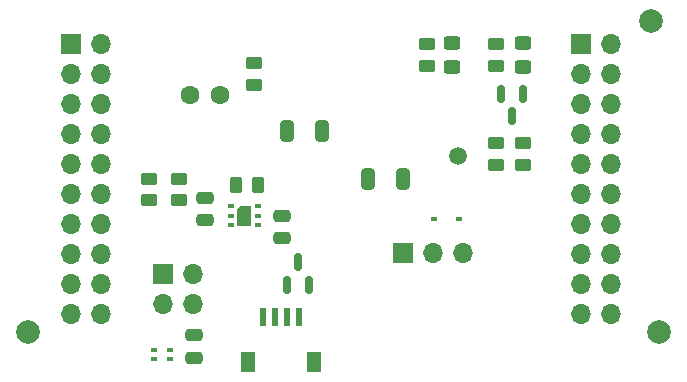
<source format=gbr>
%TF.GenerationSoftware,KiCad,Pcbnew,(6.0.7)*%
%TF.CreationDate,2022-11-02T22:50:05-04:00*%
%TF.ProjectId,tifi_daughterboard,74696669-5f64-4617-9567-68746572626f,1*%
%TF.SameCoordinates,Original*%
%TF.FileFunction,Soldermask,Top*%
%TF.FilePolarity,Negative*%
%FSLAX46Y46*%
G04 Gerber Fmt 4.6, Leading zero omitted, Abs format (unit mm)*
G04 Created by KiCad (PCBNEW (6.0.7)) date 2022-11-02 22:50:05*
%MOMM*%
%LPD*%
G01*
G04 APERTURE LIST*
G04 Aperture macros list*
%AMRoundRect*
0 Rectangle with rounded corners*
0 $1 Rounding radius*
0 $2 $3 $4 $5 $6 $7 $8 $9 X,Y pos of 4 corners*
0 Add a 4 corners polygon primitive as box body*
4,1,4,$2,$3,$4,$5,$6,$7,$8,$9,$2,$3,0*
0 Add four circle primitives for the rounded corners*
1,1,$1+$1,$2,$3*
1,1,$1+$1,$4,$5*
1,1,$1+$1,$6,$7*
1,1,$1+$1,$8,$9*
0 Add four rect primitives between the rounded corners*
20,1,$1+$1,$2,$3,$4,$5,0*
20,1,$1+$1,$4,$5,$6,$7,0*
20,1,$1+$1,$6,$7,$8,$9,0*
20,1,$1+$1,$8,$9,$2,$3,0*%
%AMOutline5P*
0 Free polygon, 5 corners , with rotation*
0 The origin of the aperture is its center*
0 number of corners: always 5*
0 $1 to $10 corner X, Y*
0 $11 Rotation angle, in degrees counterclockwise*
0 create outline with 5 corners*
4,1,5,$1,$2,$3,$4,$5,$6,$7,$8,$9,$10,$1,$2,$11*%
%AMOutline6P*
0 Free polygon, 6 corners , with rotation*
0 The origin of the aperture is its center*
0 number of corners: always 6*
0 $1 to $12 corner X, Y*
0 $13 Rotation angle, in degrees counterclockwise*
0 create outline with 6 corners*
4,1,6,$1,$2,$3,$4,$5,$6,$7,$8,$9,$10,$11,$12,$1,$2,$13*%
%AMOutline7P*
0 Free polygon, 7 corners , with rotation*
0 The origin of the aperture is its center*
0 number of corners: always 7*
0 $1 to $14 corner X, Y*
0 $15 Rotation angle, in degrees counterclockwise*
0 create outline with 7 corners*
4,1,7,$1,$2,$3,$4,$5,$6,$7,$8,$9,$10,$11,$12,$13,$14,$1,$2,$15*%
%AMOutline8P*
0 Free polygon, 8 corners , with rotation*
0 The origin of the aperture is its center*
0 number of corners: always 8*
0 $1 to $16 corner X, Y*
0 $17 Rotation angle, in degrees counterclockwise*
0 create outline with 8 corners*
4,1,8,$1,$2,$3,$4,$5,$6,$7,$8,$9,$10,$11,$12,$13,$14,$15,$16,$1,$2,$17*%
G04 Aperture macros list end*
%ADD10R,1.700000X1.700000*%
%ADD11O,1.700000X1.700000*%
%ADD12RoundRect,0.250000X-0.450000X0.325000X-0.450000X-0.325000X0.450000X-0.325000X0.450000X0.325000X0*%
%ADD13RoundRect,0.250000X0.262500X0.450000X-0.262500X0.450000X-0.262500X-0.450000X0.262500X-0.450000X0*%
%ADD14RoundRect,0.250000X-0.475000X0.250000X-0.475000X-0.250000X0.475000X-0.250000X0.475000X0.250000X0*%
%ADD15C,1.600000*%
%ADD16C,2.000000*%
%ADD17RoundRect,0.250000X0.325000X0.650000X-0.325000X0.650000X-0.325000X-0.650000X0.325000X-0.650000X0*%
%ADD18RoundRect,0.150000X-0.150000X0.587500X-0.150000X-0.587500X0.150000X-0.587500X0.150000X0.587500X0*%
%ADD19RoundRect,0.250000X0.475000X-0.250000X0.475000X0.250000X-0.475000X0.250000X-0.475000X-0.250000X0*%
%ADD20RoundRect,0.250000X-0.450000X0.262500X-0.450000X-0.262500X0.450000X-0.262500X0.450000X0.262500X0*%
%ADD21RoundRect,0.250000X0.450000X-0.262500X0.450000X0.262500X-0.450000X0.262500X-0.450000X-0.262500X0*%
%ADD22RoundRect,0.150000X0.150000X-0.587500X0.150000X0.587500X-0.150000X0.587500X-0.150000X-0.587500X0*%
%ADD23R,0.550000X0.400000*%
%ADD24Outline5P,-0.625000X0.550000X-0.325000X0.850000X0.625000X0.850000X0.625000X-0.850000X-0.625000X-0.850000X0.000000*%
%ADD25R,0.590000X0.450000*%
%ADD26RoundRect,0.250000X-0.325000X-0.650000X0.325000X-0.650000X0.325000X0.650000X-0.325000X0.650000X0*%
%ADD27R,0.600000X1.550000*%
%ADD28R,1.200000X1.800000*%
%ADD29C,1.500000*%
%ADD30R,0.500000X0.300000*%
G04 APERTURE END LIST*
D10*
%TO.C,J1*%
X121920000Y-73660000D03*
D11*
X124460000Y-73660000D03*
X121920000Y-76200000D03*
X124460000Y-76200000D03*
X121920000Y-78740000D03*
X124460000Y-78740000D03*
X121920000Y-81280000D03*
X124460000Y-81280000D03*
X121920000Y-83820000D03*
X124460000Y-83820000D03*
X121920000Y-86360000D03*
X124460000Y-86360000D03*
X121920000Y-88900000D03*
X124460000Y-88900000D03*
X121920000Y-91440000D03*
X124460000Y-91440000D03*
X121920000Y-93980000D03*
X124460000Y-93980000D03*
X121920000Y-96520000D03*
X124460000Y-96520000D03*
%TD*%
D12*
%TO.C,D1*%
X154178000Y-73549000D03*
X154178000Y-75599000D03*
%TD*%
D13*
%TO.C,R2*%
X137767700Y-85547200D03*
X135942700Y-85547200D03*
%TD*%
D14*
%TO.C,C4*%
X133299200Y-86680000D03*
X133299200Y-88580000D03*
%TD*%
D15*
%TO.C,R7*%
X134518400Y-77978000D03*
X131978400Y-77978000D03*
%TD*%
D16*
%TO.C,FID1*%
X118313200Y-98000000D03*
%TD*%
D17*
%TO.C,C2*%
X150065000Y-85090000D03*
X147115000Y-85090000D03*
%TD*%
D12*
%TO.C,D2*%
X160248600Y-73540400D03*
X160248600Y-75590400D03*
%TD*%
D10*
%TO.C,J5*%
X129692400Y-93141800D03*
D11*
X132232400Y-93141800D03*
X129692400Y-95681800D03*
X132232400Y-95681800D03*
%TD*%
D18*
%TO.C,Q1*%
X160208000Y-77853300D03*
X158308000Y-77853300D03*
X159258000Y-79728300D03*
%TD*%
D19*
%TO.C,C5*%
X132334000Y-100213200D03*
X132334000Y-98313200D03*
%TD*%
D10*
%TO.C,J2*%
X165100000Y-73660000D03*
D11*
X167640000Y-73660000D03*
X165100000Y-76200000D03*
X167640000Y-76200000D03*
X165100000Y-78740000D03*
X167640000Y-78740000D03*
X165100000Y-81280000D03*
X167640000Y-81280000D03*
X165100000Y-83820000D03*
X167640000Y-83820000D03*
X165100000Y-86360000D03*
X167640000Y-86360000D03*
X165100000Y-88900000D03*
X167640000Y-88900000D03*
X165100000Y-91440000D03*
X167640000Y-91440000D03*
X165100000Y-93980000D03*
X167640000Y-93980000D03*
X165100000Y-96520000D03*
X167640000Y-96520000D03*
%TD*%
D16*
%TO.C,FID2*%
X171729400Y-98000000D03*
%TD*%
D20*
%TO.C,R5*%
X157962600Y-82069300D03*
X157962600Y-83894300D03*
%TD*%
D21*
%TO.C,R4*%
X160172400Y-83894300D03*
X160172400Y-82069300D03*
%TD*%
D10*
%TO.C,J4*%
X150088600Y-91383400D03*
D11*
X152628600Y-91383400D03*
X155168600Y-91383400D03*
%TD*%
D22*
%TO.C,D3*%
X140210650Y-94014500D03*
X142110650Y-94014500D03*
X141160650Y-92139500D03*
%TD*%
D20*
%TO.C,R3*%
X157962600Y-73652900D03*
X157962600Y-75477900D03*
%TD*%
%TO.C,R1*%
X152095200Y-73661500D03*
X152095200Y-75486500D03*
%TD*%
D23*
%TO.C,U1*%
X135476600Y-87404000D03*
X135476600Y-88204000D03*
X135476600Y-89004000D03*
X137776600Y-89004000D03*
X137776600Y-88204000D03*
X137776600Y-87404000D03*
D24*
X136626600Y-88204000D03*
%TD*%
D20*
%TO.C,R9*%
X131089400Y-85066500D03*
X131089400Y-86891500D03*
%TD*%
%TO.C,R8*%
X128549400Y-85066500D03*
X128549400Y-86891500D03*
%TD*%
D16*
%TO.C,FID3*%
X171018200Y-71704200D03*
%TD*%
D25*
%TO.C,D4*%
X154750400Y-88493600D03*
X152640400Y-88493600D03*
%TD*%
D26*
%TO.C,C1*%
X140206200Y-81000600D03*
X143156200Y-81000600D03*
%TD*%
D20*
%TO.C,R6*%
X137464800Y-75262100D03*
X137464800Y-77087100D03*
%TD*%
D27*
%TO.C,J3*%
X138215000Y-96723200D03*
X139215000Y-96723200D03*
X140215000Y-96723200D03*
X141215000Y-96723200D03*
D28*
X136915000Y-100598200D03*
X142515000Y-100598200D03*
%TD*%
D29*
%TO.C,TP1*%
X154736800Y-83159600D03*
%TD*%
D14*
%TO.C,C3*%
X139827000Y-88204000D03*
X139827000Y-90104000D03*
%TD*%
D30*
%TO.C,U2*%
X128941600Y-99549000D03*
X128941600Y-100349000D03*
X130341600Y-100349000D03*
X130341600Y-99549000D03*
%TD*%
M02*

</source>
